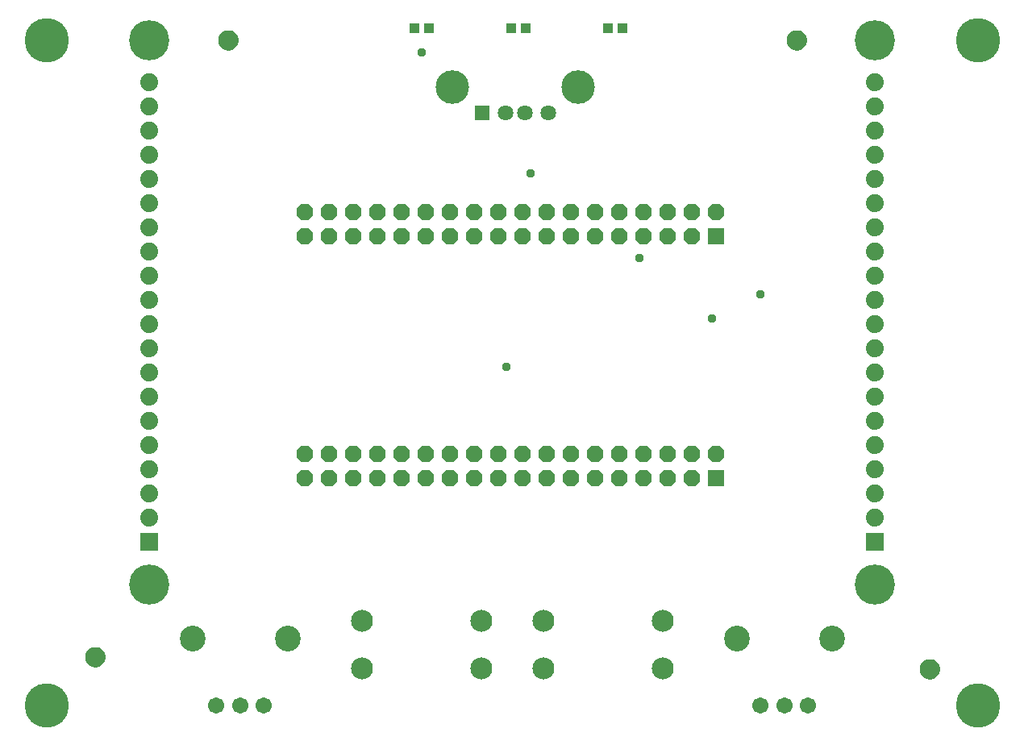
<source format=gbr>
G04 EAGLE Gerber RS-274X export*
G75*
%MOMM*%
%FSLAX34Y34*%
%LPD*%
%INSoldermask Top*%
%IPPOS*%
%AMOC8*
5,1,8,0,0,1.08239X$1,22.5*%
G01*
%ADD10R,1.003200X1.003200*%
%ADD11C,0.609600*%
%ADD12C,1.219200*%
%ADD13R,1.631200X1.631200*%
%ADD14C,1.631200*%
%ADD15C,3.519200*%
%ADD16C,4.648200*%
%ADD17C,1.711200*%
%ADD18C,2.703200*%
%ADD19C,2.303200*%
%ADD20R,1.727200X1.727200*%
%ADD21P,1.869504X8X202.500000*%
%ADD22R,1.879600X1.879600*%
%ADD23C,1.879600*%
%ADD24C,4.219200*%
%ADD25C,0.959600*%


D10*
X640200Y762000D03*
X655200Y762000D03*
X538600Y762000D03*
X553600Y762000D03*
X437000Y762000D03*
X452000Y762000D03*
D11*
X970280Y88900D02*
X970282Y89087D01*
X970289Y89274D01*
X970301Y89461D01*
X970317Y89647D01*
X970337Y89833D01*
X970362Y90018D01*
X970392Y90203D01*
X970426Y90387D01*
X970465Y90570D01*
X970508Y90752D01*
X970556Y90932D01*
X970608Y91112D01*
X970665Y91290D01*
X970725Y91467D01*
X970791Y91642D01*
X970860Y91816D01*
X970934Y91988D01*
X971012Y92158D01*
X971094Y92326D01*
X971180Y92492D01*
X971270Y92656D01*
X971364Y92817D01*
X971462Y92977D01*
X971564Y93133D01*
X971670Y93288D01*
X971780Y93439D01*
X971893Y93588D01*
X972010Y93734D01*
X972130Y93877D01*
X972254Y94017D01*
X972381Y94154D01*
X972512Y94288D01*
X972646Y94419D01*
X972783Y94546D01*
X972923Y94670D01*
X973066Y94790D01*
X973212Y94907D01*
X973361Y95020D01*
X973512Y95130D01*
X973667Y95236D01*
X973823Y95338D01*
X973983Y95436D01*
X974144Y95530D01*
X974308Y95620D01*
X974474Y95706D01*
X974642Y95788D01*
X974812Y95866D01*
X974984Y95940D01*
X975158Y96009D01*
X975333Y96075D01*
X975510Y96135D01*
X975688Y96192D01*
X975868Y96244D01*
X976048Y96292D01*
X976230Y96335D01*
X976413Y96374D01*
X976597Y96408D01*
X976782Y96438D01*
X976967Y96463D01*
X977153Y96483D01*
X977339Y96499D01*
X977526Y96511D01*
X977713Y96518D01*
X977900Y96520D01*
X978087Y96518D01*
X978274Y96511D01*
X978461Y96499D01*
X978647Y96483D01*
X978833Y96463D01*
X979018Y96438D01*
X979203Y96408D01*
X979387Y96374D01*
X979570Y96335D01*
X979752Y96292D01*
X979932Y96244D01*
X980112Y96192D01*
X980290Y96135D01*
X980467Y96075D01*
X980642Y96009D01*
X980816Y95940D01*
X980988Y95866D01*
X981158Y95788D01*
X981326Y95706D01*
X981492Y95620D01*
X981656Y95530D01*
X981817Y95436D01*
X981977Y95338D01*
X982133Y95236D01*
X982288Y95130D01*
X982439Y95020D01*
X982588Y94907D01*
X982734Y94790D01*
X982877Y94670D01*
X983017Y94546D01*
X983154Y94419D01*
X983288Y94288D01*
X983419Y94154D01*
X983546Y94017D01*
X983670Y93877D01*
X983790Y93734D01*
X983907Y93588D01*
X984020Y93439D01*
X984130Y93288D01*
X984236Y93133D01*
X984338Y92977D01*
X984436Y92817D01*
X984530Y92656D01*
X984620Y92492D01*
X984706Y92326D01*
X984788Y92158D01*
X984866Y91988D01*
X984940Y91816D01*
X985009Y91642D01*
X985075Y91467D01*
X985135Y91290D01*
X985192Y91112D01*
X985244Y90932D01*
X985292Y90752D01*
X985335Y90570D01*
X985374Y90387D01*
X985408Y90203D01*
X985438Y90018D01*
X985463Y89833D01*
X985483Y89647D01*
X985499Y89461D01*
X985511Y89274D01*
X985518Y89087D01*
X985520Y88900D01*
X985518Y88713D01*
X985511Y88526D01*
X985499Y88339D01*
X985483Y88153D01*
X985463Y87967D01*
X985438Y87782D01*
X985408Y87597D01*
X985374Y87413D01*
X985335Y87230D01*
X985292Y87048D01*
X985244Y86868D01*
X985192Y86688D01*
X985135Y86510D01*
X985075Y86333D01*
X985009Y86158D01*
X984940Y85984D01*
X984866Y85812D01*
X984788Y85642D01*
X984706Y85474D01*
X984620Y85308D01*
X984530Y85144D01*
X984436Y84983D01*
X984338Y84823D01*
X984236Y84667D01*
X984130Y84512D01*
X984020Y84361D01*
X983907Y84212D01*
X983790Y84066D01*
X983670Y83923D01*
X983546Y83783D01*
X983419Y83646D01*
X983288Y83512D01*
X983154Y83381D01*
X983017Y83254D01*
X982877Y83130D01*
X982734Y83010D01*
X982588Y82893D01*
X982439Y82780D01*
X982288Y82670D01*
X982133Y82564D01*
X981977Y82462D01*
X981817Y82364D01*
X981656Y82270D01*
X981492Y82180D01*
X981326Y82094D01*
X981158Y82012D01*
X980988Y81934D01*
X980816Y81860D01*
X980642Y81791D01*
X980467Y81725D01*
X980290Y81665D01*
X980112Y81608D01*
X979932Y81556D01*
X979752Y81508D01*
X979570Y81465D01*
X979387Y81426D01*
X979203Y81392D01*
X979018Y81362D01*
X978833Y81337D01*
X978647Y81317D01*
X978461Y81301D01*
X978274Y81289D01*
X978087Y81282D01*
X977900Y81280D01*
X977713Y81282D01*
X977526Y81289D01*
X977339Y81301D01*
X977153Y81317D01*
X976967Y81337D01*
X976782Y81362D01*
X976597Y81392D01*
X976413Y81426D01*
X976230Y81465D01*
X976048Y81508D01*
X975868Y81556D01*
X975688Y81608D01*
X975510Y81665D01*
X975333Y81725D01*
X975158Y81791D01*
X974984Y81860D01*
X974812Y81934D01*
X974642Y82012D01*
X974474Y82094D01*
X974308Y82180D01*
X974144Y82270D01*
X973983Y82364D01*
X973823Y82462D01*
X973667Y82564D01*
X973512Y82670D01*
X973361Y82780D01*
X973212Y82893D01*
X973066Y83010D01*
X972923Y83130D01*
X972783Y83254D01*
X972646Y83381D01*
X972512Y83512D01*
X972381Y83646D01*
X972254Y83783D01*
X972130Y83923D01*
X972010Y84066D01*
X971893Y84212D01*
X971780Y84361D01*
X971670Y84512D01*
X971564Y84667D01*
X971462Y84823D01*
X971364Y84983D01*
X971270Y85144D01*
X971180Y85308D01*
X971094Y85474D01*
X971012Y85642D01*
X970934Y85812D01*
X970860Y85984D01*
X970791Y86158D01*
X970725Y86333D01*
X970665Y86510D01*
X970608Y86688D01*
X970556Y86868D01*
X970508Y87048D01*
X970465Y87230D01*
X970426Y87413D01*
X970392Y87597D01*
X970362Y87782D01*
X970337Y87967D01*
X970317Y88153D01*
X970301Y88339D01*
X970289Y88526D01*
X970282Y88713D01*
X970280Y88900D01*
D12*
X977900Y88900D03*
D11*
X93980Y101600D02*
X93982Y101787D01*
X93989Y101974D01*
X94001Y102161D01*
X94017Y102347D01*
X94037Y102533D01*
X94062Y102718D01*
X94092Y102903D01*
X94126Y103087D01*
X94165Y103270D01*
X94208Y103452D01*
X94256Y103632D01*
X94308Y103812D01*
X94365Y103990D01*
X94425Y104167D01*
X94491Y104342D01*
X94560Y104516D01*
X94634Y104688D01*
X94712Y104858D01*
X94794Y105026D01*
X94880Y105192D01*
X94970Y105356D01*
X95064Y105517D01*
X95162Y105677D01*
X95264Y105833D01*
X95370Y105988D01*
X95480Y106139D01*
X95593Y106288D01*
X95710Y106434D01*
X95830Y106577D01*
X95954Y106717D01*
X96081Y106854D01*
X96212Y106988D01*
X96346Y107119D01*
X96483Y107246D01*
X96623Y107370D01*
X96766Y107490D01*
X96912Y107607D01*
X97061Y107720D01*
X97212Y107830D01*
X97367Y107936D01*
X97523Y108038D01*
X97683Y108136D01*
X97844Y108230D01*
X98008Y108320D01*
X98174Y108406D01*
X98342Y108488D01*
X98512Y108566D01*
X98684Y108640D01*
X98858Y108709D01*
X99033Y108775D01*
X99210Y108835D01*
X99388Y108892D01*
X99568Y108944D01*
X99748Y108992D01*
X99930Y109035D01*
X100113Y109074D01*
X100297Y109108D01*
X100482Y109138D01*
X100667Y109163D01*
X100853Y109183D01*
X101039Y109199D01*
X101226Y109211D01*
X101413Y109218D01*
X101600Y109220D01*
X101787Y109218D01*
X101974Y109211D01*
X102161Y109199D01*
X102347Y109183D01*
X102533Y109163D01*
X102718Y109138D01*
X102903Y109108D01*
X103087Y109074D01*
X103270Y109035D01*
X103452Y108992D01*
X103632Y108944D01*
X103812Y108892D01*
X103990Y108835D01*
X104167Y108775D01*
X104342Y108709D01*
X104516Y108640D01*
X104688Y108566D01*
X104858Y108488D01*
X105026Y108406D01*
X105192Y108320D01*
X105356Y108230D01*
X105517Y108136D01*
X105677Y108038D01*
X105833Y107936D01*
X105988Y107830D01*
X106139Y107720D01*
X106288Y107607D01*
X106434Y107490D01*
X106577Y107370D01*
X106717Y107246D01*
X106854Y107119D01*
X106988Y106988D01*
X107119Y106854D01*
X107246Y106717D01*
X107370Y106577D01*
X107490Y106434D01*
X107607Y106288D01*
X107720Y106139D01*
X107830Y105988D01*
X107936Y105833D01*
X108038Y105677D01*
X108136Y105517D01*
X108230Y105356D01*
X108320Y105192D01*
X108406Y105026D01*
X108488Y104858D01*
X108566Y104688D01*
X108640Y104516D01*
X108709Y104342D01*
X108775Y104167D01*
X108835Y103990D01*
X108892Y103812D01*
X108944Y103632D01*
X108992Y103452D01*
X109035Y103270D01*
X109074Y103087D01*
X109108Y102903D01*
X109138Y102718D01*
X109163Y102533D01*
X109183Y102347D01*
X109199Y102161D01*
X109211Y101974D01*
X109218Y101787D01*
X109220Y101600D01*
X109218Y101413D01*
X109211Y101226D01*
X109199Y101039D01*
X109183Y100853D01*
X109163Y100667D01*
X109138Y100482D01*
X109108Y100297D01*
X109074Y100113D01*
X109035Y99930D01*
X108992Y99748D01*
X108944Y99568D01*
X108892Y99388D01*
X108835Y99210D01*
X108775Y99033D01*
X108709Y98858D01*
X108640Y98684D01*
X108566Y98512D01*
X108488Y98342D01*
X108406Y98174D01*
X108320Y98008D01*
X108230Y97844D01*
X108136Y97683D01*
X108038Y97523D01*
X107936Y97367D01*
X107830Y97212D01*
X107720Y97061D01*
X107607Y96912D01*
X107490Y96766D01*
X107370Y96623D01*
X107246Y96483D01*
X107119Y96346D01*
X106988Y96212D01*
X106854Y96081D01*
X106717Y95954D01*
X106577Y95830D01*
X106434Y95710D01*
X106288Y95593D01*
X106139Y95480D01*
X105988Y95370D01*
X105833Y95264D01*
X105677Y95162D01*
X105517Y95064D01*
X105356Y94970D01*
X105192Y94880D01*
X105026Y94794D01*
X104858Y94712D01*
X104688Y94634D01*
X104516Y94560D01*
X104342Y94491D01*
X104167Y94425D01*
X103990Y94365D01*
X103812Y94308D01*
X103632Y94256D01*
X103452Y94208D01*
X103270Y94165D01*
X103087Y94126D01*
X102903Y94092D01*
X102718Y94062D01*
X102533Y94037D01*
X102347Y94017D01*
X102161Y94001D01*
X101974Y93989D01*
X101787Y93982D01*
X101600Y93980D01*
X101413Y93982D01*
X101226Y93989D01*
X101039Y94001D01*
X100853Y94017D01*
X100667Y94037D01*
X100482Y94062D01*
X100297Y94092D01*
X100113Y94126D01*
X99930Y94165D01*
X99748Y94208D01*
X99568Y94256D01*
X99388Y94308D01*
X99210Y94365D01*
X99033Y94425D01*
X98858Y94491D01*
X98684Y94560D01*
X98512Y94634D01*
X98342Y94712D01*
X98174Y94794D01*
X98008Y94880D01*
X97844Y94970D01*
X97683Y95064D01*
X97523Y95162D01*
X97367Y95264D01*
X97212Y95370D01*
X97061Y95480D01*
X96912Y95593D01*
X96766Y95710D01*
X96623Y95830D01*
X96483Y95954D01*
X96346Y96081D01*
X96212Y96212D01*
X96081Y96346D01*
X95954Y96483D01*
X95830Y96623D01*
X95710Y96766D01*
X95593Y96912D01*
X95480Y97061D01*
X95370Y97212D01*
X95264Y97367D01*
X95162Y97523D01*
X95064Y97683D01*
X94970Y97844D01*
X94880Y98008D01*
X94794Y98174D01*
X94712Y98342D01*
X94634Y98512D01*
X94560Y98684D01*
X94491Y98858D01*
X94425Y99033D01*
X94365Y99210D01*
X94308Y99388D01*
X94256Y99568D01*
X94208Y99748D01*
X94165Y99930D01*
X94126Y100113D01*
X94092Y100297D01*
X94062Y100482D01*
X94037Y100667D01*
X94017Y100853D01*
X94001Y101039D01*
X93989Y101226D01*
X93982Y101413D01*
X93980Y101600D01*
D12*
X101600Y101600D03*
D11*
X830580Y749300D02*
X830582Y749487D01*
X830589Y749674D01*
X830601Y749861D01*
X830617Y750047D01*
X830637Y750233D01*
X830662Y750418D01*
X830692Y750603D01*
X830726Y750787D01*
X830765Y750970D01*
X830808Y751152D01*
X830856Y751332D01*
X830908Y751512D01*
X830965Y751690D01*
X831025Y751867D01*
X831091Y752042D01*
X831160Y752216D01*
X831234Y752388D01*
X831312Y752558D01*
X831394Y752726D01*
X831480Y752892D01*
X831570Y753056D01*
X831664Y753217D01*
X831762Y753377D01*
X831864Y753533D01*
X831970Y753688D01*
X832080Y753839D01*
X832193Y753988D01*
X832310Y754134D01*
X832430Y754277D01*
X832554Y754417D01*
X832681Y754554D01*
X832812Y754688D01*
X832946Y754819D01*
X833083Y754946D01*
X833223Y755070D01*
X833366Y755190D01*
X833512Y755307D01*
X833661Y755420D01*
X833812Y755530D01*
X833967Y755636D01*
X834123Y755738D01*
X834283Y755836D01*
X834444Y755930D01*
X834608Y756020D01*
X834774Y756106D01*
X834942Y756188D01*
X835112Y756266D01*
X835284Y756340D01*
X835458Y756409D01*
X835633Y756475D01*
X835810Y756535D01*
X835988Y756592D01*
X836168Y756644D01*
X836348Y756692D01*
X836530Y756735D01*
X836713Y756774D01*
X836897Y756808D01*
X837082Y756838D01*
X837267Y756863D01*
X837453Y756883D01*
X837639Y756899D01*
X837826Y756911D01*
X838013Y756918D01*
X838200Y756920D01*
X838387Y756918D01*
X838574Y756911D01*
X838761Y756899D01*
X838947Y756883D01*
X839133Y756863D01*
X839318Y756838D01*
X839503Y756808D01*
X839687Y756774D01*
X839870Y756735D01*
X840052Y756692D01*
X840232Y756644D01*
X840412Y756592D01*
X840590Y756535D01*
X840767Y756475D01*
X840942Y756409D01*
X841116Y756340D01*
X841288Y756266D01*
X841458Y756188D01*
X841626Y756106D01*
X841792Y756020D01*
X841956Y755930D01*
X842117Y755836D01*
X842277Y755738D01*
X842433Y755636D01*
X842588Y755530D01*
X842739Y755420D01*
X842888Y755307D01*
X843034Y755190D01*
X843177Y755070D01*
X843317Y754946D01*
X843454Y754819D01*
X843588Y754688D01*
X843719Y754554D01*
X843846Y754417D01*
X843970Y754277D01*
X844090Y754134D01*
X844207Y753988D01*
X844320Y753839D01*
X844430Y753688D01*
X844536Y753533D01*
X844638Y753377D01*
X844736Y753217D01*
X844830Y753056D01*
X844920Y752892D01*
X845006Y752726D01*
X845088Y752558D01*
X845166Y752388D01*
X845240Y752216D01*
X845309Y752042D01*
X845375Y751867D01*
X845435Y751690D01*
X845492Y751512D01*
X845544Y751332D01*
X845592Y751152D01*
X845635Y750970D01*
X845674Y750787D01*
X845708Y750603D01*
X845738Y750418D01*
X845763Y750233D01*
X845783Y750047D01*
X845799Y749861D01*
X845811Y749674D01*
X845818Y749487D01*
X845820Y749300D01*
X845818Y749113D01*
X845811Y748926D01*
X845799Y748739D01*
X845783Y748553D01*
X845763Y748367D01*
X845738Y748182D01*
X845708Y747997D01*
X845674Y747813D01*
X845635Y747630D01*
X845592Y747448D01*
X845544Y747268D01*
X845492Y747088D01*
X845435Y746910D01*
X845375Y746733D01*
X845309Y746558D01*
X845240Y746384D01*
X845166Y746212D01*
X845088Y746042D01*
X845006Y745874D01*
X844920Y745708D01*
X844830Y745544D01*
X844736Y745383D01*
X844638Y745223D01*
X844536Y745067D01*
X844430Y744912D01*
X844320Y744761D01*
X844207Y744612D01*
X844090Y744466D01*
X843970Y744323D01*
X843846Y744183D01*
X843719Y744046D01*
X843588Y743912D01*
X843454Y743781D01*
X843317Y743654D01*
X843177Y743530D01*
X843034Y743410D01*
X842888Y743293D01*
X842739Y743180D01*
X842588Y743070D01*
X842433Y742964D01*
X842277Y742862D01*
X842117Y742764D01*
X841956Y742670D01*
X841792Y742580D01*
X841626Y742494D01*
X841458Y742412D01*
X841288Y742334D01*
X841116Y742260D01*
X840942Y742191D01*
X840767Y742125D01*
X840590Y742065D01*
X840412Y742008D01*
X840232Y741956D01*
X840052Y741908D01*
X839870Y741865D01*
X839687Y741826D01*
X839503Y741792D01*
X839318Y741762D01*
X839133Y741737D01*
X838947Y741717D01*
X838761Y741701D01*
X838574Y741689D01*
X838387Y741682D01*
X838200Y741680D01*
X838013Y741682D01*
X837826Y741689D01*
X837639Y741701D01*
X837453Y741717D01*
X837267Y741737D01*
X837082Y741762D01*
X836897Y741792D01*
X836713Y741826D01*
X836530Y741865D01*
X836348Y741908D01*
X836168Y741956D01*
X835988Y742008D01*
X835810Y742065D01*
X835633Y742125D01*
X835458Y742191D01*
X835284Y742260D01*
X835112Y742334D01*
X834942Y742412D01*
X834774Y742494D01*
X834608Y742580D01*
X834444Y742670D01*
X834283Y742764D01*
X834123Y742862D01*
X833967Y742964D01*
X833812Y743070D01*
X833661Y743180D01*
X833512Y743293D01*
X833366Y743410D01*
X833223Y743530D01*
X833083Y743654D01*
X832946Y743781D01*
X832812Y743912D01*
X832681Y744046D01*
X832554Y744183D01*
X832430Y744323D01*
X832310Y744466D01*
X832193Y744612D01*
X832080Y744761D01*
X831970Y744912D01*
X831864Y745067D01*
X831762Y745223D01*
X831664Y745383D01*
X831570Y745544D01*
X831480Y745708D01*
X831394Y745874D01*
X831312Y746042D01*
X831234Y746212D01*
X831160Y746384D01*
X831091Y746558D01*
X831025Y746733D01*
X830965Y746910D01*
X830908Y747088D01*
X830856Y747268D01*
X830808Y747448D01*
X830765Y747630D01*
X830726Y747813D01*
X830692Y747997D01*
X830662Y748182D01*
X830637Y748367D01*
X830617Y748553D01*
X830601Y748739D01*
X830589Y748926D01*
X830582Y749113D01*
X830580Y749300D01*
D12*
X838200Y749300D03*
D11*
X233680Y749300D02*
X233682Y749487D01*
X233689Y749674D01*
X233701Y749861D01*
X233717Y750047D01*
X233737Y750233D01*
X233762Y750418D01*
X233792Y750603D01*
X233826Y750787D01*
X233865Y750970D01*
X233908Y751152D01*
X233956Y751332D01*
X234008Y751512D01*
X234065Y751690D01*
X234125Y751867D01*
X234191Y752042D01*
X234260Y752216D01*
X234334Y752388D01*
X234412Y752558D01*
X234494Y752726D01*
X234580Y752892D01*
X234670Y753056D01*
X234764Y753217D01*
X234862Y753377D01*
X234964Y753533D01*
X235070Y753688D01*
X235180Y753839D01*
X235293Y753988D01*
X235410Y754134D01*
X235530Y754277D01*
X235654Y754417D01*
X235781Y754554D01*
X235912Y754688D01*
X236046Y754819D01*
X236183Y754946D01*
X236323Y755070D01*
X236466Y755190D01*
X236612Y755307D01*
X236761Y755420D01*
X236912Y755530D01*
X237067Y755636D01*
X237223Y755738D01*
X237383Y755836D01*
X237544Y755930D01*
X237708Y756020D01*
X237874Y756106D01*
X238042Y756188D01*
X238212Y756266D01*
X238384Y756340D01*
X238558Y756409D01*
X238733Y756475D01*
X238910Y756535D01*
X239088Y756592D01*
X239268Y756644D01*
X239448Y756692D01*
X239630Y756735D01*
X239813Y756774D01*
X239997Y756808D01*
X240182Y756838D01*
X240367Y756863D01*
X240553Y756883D01*
X240739Y756899D01*
X240926Y756911D01*
X241113Y756918D01*
X241300Y756920D01*
X241487Y756918D01*
X241674Y756911D01*
X241861Y756899D01*
X242047Y756883D01*
X242233Y756863D01*
X242418Y756838D01*
X242603Y756808D01*
X242787Y756774D01*
X242970Y756735D01*
X243152Y756692D01*
X243332Y756644D01*
X243512Y756592D01*
X243690Y756535D01*
X243867Y756475D01*
X244042Y756409D01*
X244216Y756340D01*
X244388Y756266D01*
X244558Y756188D01*
X244726Y756106D01*
X244892Y756020D01*
X245056Y755930D01*
X245217Y755836D01*
X245377Y755738D01*
X245533Y755636D01*
X245688Y755530D01*
X245839Y755420D01*
X245988Y755307D01*
X246134Y755190D01*
X246277Y755070D01*
X246417Y754946D01*
X246554Y754819D01*
X246688Y754688D01*
X246819Y754554D01*
X246946Y754417D01*
X247070Y754277D01*
X247190Y754134D01*
X247307Y753988D01*
X247420Y753839D01*
X247530Y753688D01*
X247636Y753533D01*
X247738Y753377D01*
X247836Y753217D01*
X247930Y753056D01*
X248020Y752892D01*
X248106Y752726D01*
X248188Y752558D01*
X248266Y752388D01*
X248340Y752216D01*
X248409Y752042D01*
X248475Y751867D01*
X248535Y751690D01*
X248592Y751512D01*
X248644Y751332D01*
X248692Y751152D01*
X248735Y750970D01*
X248774Y750787D01*
X248808Y750603D01*
X248838Y750418D01*
X248863Y750233D01*
X248883Y750047D01*
X248899Y749861D01*
X248911Y749674D01*
X248918Y749487D01*
X248920Y749300D01*
X248918Y749113D01*
X248911Y748926D01*
X248899Y748739D01*
X248883Y748553D01*
X248863Y748367D01*
X248838Y748182D01*
X248808Y747997D01*
X248774Y747813D01*
X248735Y747630D01*
X248692Y747448D01*
X248644Y747268D01*
X248592Y747088D01*
X248535Y746910D01*
X248475Y746733D01*
X248409Y746558D01*
X248340Y746384D01*
X248266Y746212D01*
X248188Y746042D01*
X248106Y745874D01*
X248020Y745708D01*
X247930Y745544D01*
X247836Y745383D01*
X247738Y745223D01*
X247636Y745067D01*
X247530Y744912D01*
X247420Y744761D01*
X247307Y744612D01*
X247190Y744466D01*
X247070Y744323D01*
X246946Y744183D01*
X246819Y744046D01*
X246688Y743912D01*
X246554Y743781D01*
X246417Y743654D01*
X246277Y743530D01*
X246134Y743410D01*
X245988Y743293D01*
X245839Y743180D01*
X245688Y743070D01*
X245533Y742964D01*
X245377Y742862D01*
X245217Y742764D01*
X245056Y742670D01*
X244892Y742580D01*
X244726Y742494D01*
X244558Y742412D01*
X244388Y742334D01*
X244216Y742260D01*
X244042Y742191D01*
X243867Y742125D01*
X243690Y742065D01*
X243512Y742008D01*
X243332Y741956D01*
X243152Y741908D01*
X242970Y741865D01*
X242787Y741826D01*
X242603Y741792D01*
X242418Y741762D01*
X242233Y741737D01*
X242047Y741717D01*
X241861Y741701D01*
X241674Y741689D01*
X241487Y741682D01*
X241300Y741680D01*
X241113Y741682D01*
X240926Y741689D01*
X240739Y741701D01*
X240553Y741717D01*
X240367Y741737D01*
X240182Y741762D01*
X239997Y741792D01*
X239813Y741826D01*
X239630Y741865D01*
X239448Y741908D01*
X239268Y741956D01*
X239088Y742008D01*
X238910Y742065D01*
X238733Y742125D01*
X238558Y742191D01*
X238384Y742260D01*
X238212Y742334D01*
X238042Y742412D01*
X237874Y742494D01*
X237708Y742580D01*
X237544Y742670D01*
X237383Y742764D01*
X237223Y742862D01*
X237067Y742964D01*
X236912Y743070D01*
X236761Y743180D01*
X236612Y743293D01*
X236466Y743410D01*
X236323Y743530D01*
X236183Y743654D01*
X236046Y743781D01*
X235912Y743912D01*
X235781Y744046D01*
X235654Y744183D01*
X235530Y744323D01*
X235410Y744466D01*
X235293Y744612D01*
X235180Y744761D01*
X235070Y744912D01*
X234964Y745067D01*
X234862Y745223D01*
X234764Y745383D01*
X234670Y745544D01*
X234580Y745708D01*
X234494Y745874D01*
X234412Y746042D01*
X234334Y746212D01*
X234260Y746384D01*
X234191Y746558D01*
X234125Y746733D01*
X234065Y746910D01*
X234008Y747088D01*
X233956Y747268D01*
X233908Y747448D01*
X233865Y747630D01*
X233826Y747813D01*
X233792Y747997D01*
X233762Y748182D01*
X233737Y748367D01*
X233717Y748553D01*
X233701Y748739D01*
X233689Y748926D01*
X233682Y749113D01*
X233680Y749300D01*
D12*
X241300Y749300D03*
D13*
X508000Y673100D03*
D14*
X533000Y673100D03*
X553000Y673100D03*
X578000Y673100D03*
D15*
X477300Y700200D03*
X608700Y700200D03*
D16*
X50800Y749300D03*
X1028700Y749300D03*
X1028700Y50800D03*
X50800Y50800D03*
D17*
X800500Y50800D03*
X825500Y50800D03*
X850500Y50800D03*
D18*
X775500Y120800D03*
X875500Y120800D03*
D17*
X229000Y50800D03*
X254000Y50800D03*
X279000Y50800D03*
D18*
X204000Y120800D03*
X304000Y120800D03*
D19*
X507000Y139300D03*
X507000Y89300D03*
X382000Y89300D03*
X382000Y139300D03*
X697500Y139300D03*
X697500Y89300D03*
X572500Y89300D03*
X572500Y139300D03*
D20*
X753700Y289300D03*
D21*
X753700Y314700D03*
X728300Y289300D03*
X728300Y314700D03*
X702900Y289300D03*
X702900Y314700D03*
X677500Y289300D03*
X677500Y314700D03*
X652100Y289300D03*
X652100Y314700D03*
X626700Y289300D03*
X626700Y314700D03*
X601300Y289300D03*
X601300Y314700D03*
X575900Y289300D03*
X575900Y314700D03*
X550500Y289300D03*
X550500Y314700D03*
X525100Y289300D03*
X525100Y314700D03*
X499700Y289300D03*
X499700Y314700D03*
X474300Y289300D03*
X474300Y314700D03*
X448900Y289300D03*
X448900Y314700D03*
X423500Y289300D03*
X423500Y314700D03*
X398100Y289300D03*
X398100Y314700D03*
X372700Y289300D03*
X372700Y314700D03*
X347300Y289300D03*
X347300Y314700D03*
X321900Y289300D03*
X321900Y314700D03*
D20*
X753700Y543300D03*
D21*
X753700Y568700D03*
X728300Y543300D03*
X728300Y568700D03*
X702900Y543300D03*
X702900Y568700D03*
X677500Y543300D03*
X677500Y568700D03*
X652100Y543300D03*
X652100Y568700D03*
X626700Y543300D03*
X626700Y568700D03*
X601300Y543300D03*
X601300Y568700D03*
X575900Y543300D03*
X575900Y568700D03*
X550500Y543300D03*
X550500Y568700D03*
X525100Y543300D03*
X525100Y568700D03*
X499700Y543300D03*
X499700Y568700D03*
X474300Y543300D03*
X474300Y568700D03*
X448900Y543300D03*
X448900Y568700D03*
X423500Y543300D03*
X423500Y568700D03*
X398100Y543300D03*
X398100Y568700D03*
X372700Y543300D03*
X372700Y568700D03*
X347300Y543300D03*
X347300Y568700D03*
X321900Y543300D03*
X321900Y568700D03*
D22*
X920750Y222250D03*
D23*
X920750Y247650D03*
X920750Y273050D03*
X920750Y298450D03*
X920750Y323850D03*
X920750Y349250D03*
X920750Y374650D03*
X920750Y400050D03*
X920750Y425450D03*
X920750Y450850D03*
X920750Y476250D03*
X920750Y501650D03*
X920750Y527050D03*
X920750Y552450D03*
X920750Y577850D03*
X920750Y603250D03*
X920750Y628650D03*
X920750Y654050D03*
X920750Y679450D03*
X920750Y704850D03*
D22*
X158750Y222250D03*
D23*
X158750Y247650D03*
X158750Y273050D03*
X158750Y298450D03*
X158750Y323850D03*
X158750Y349250D03*
X158750Y374650D03*
X158750Y400050D03*
X158750Y425450D03*
X158750Y450850D03*
X158750Y476250D03*
X158750Y501650D03*
X158750Y527050D03*
X158750Y552450D03*
X158750Y577850D03*
X158750Y603250D03*
X158750Y628650D03*
X158750Y654050D03*
X158750Y679450D03*
X158750Y704850D03*
D24*
X158750Y749300D03*
X158750Y177800D03*
X920750Y749300D03*
X920750Y177800D03*
D25*
X444500Y736600D03*
X533400Y406400D03*
X558800Y609600D03*
X800100Y482600D03*
X673100Y520700D03*
X749300Y457200D03*
M02*

</source>
